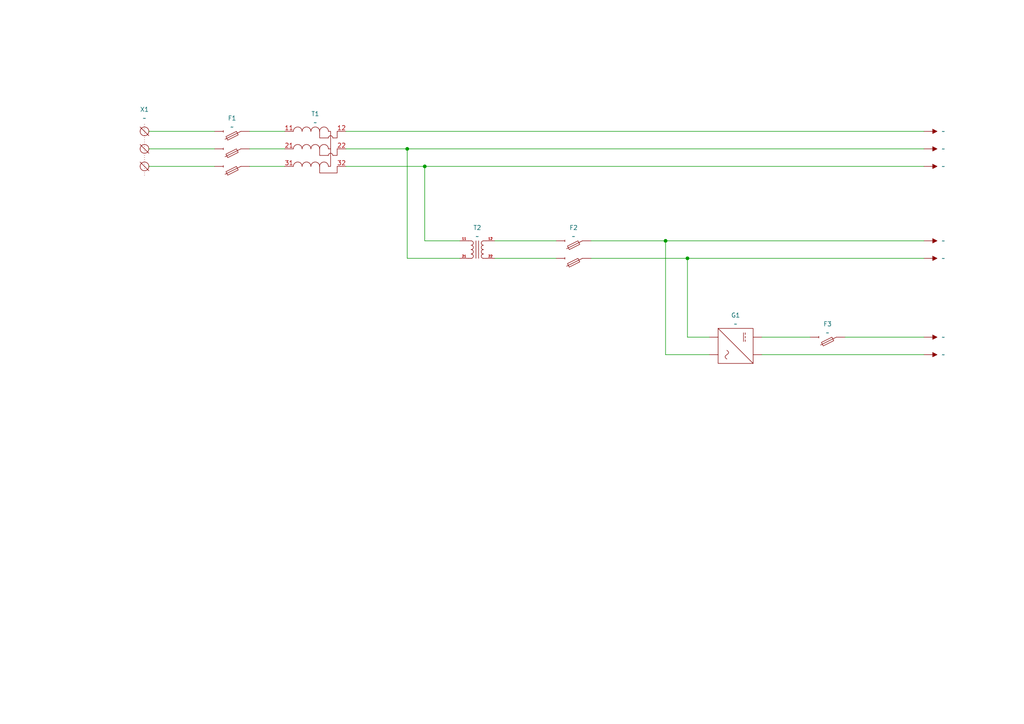
<source format=kicad_sch>
(kicad_sch
	(version 20250114)
	(generator "eeschema")
	(generator_version "9.0")
	(uuid "f65f5644-3fb2-4da4-8b28-96ba2512d873")
	(paper "A4")
	(lib_symbols
		(symbol "000_cables:borna_3P"
			(exclude_from_sim no)
			(in_bom yes)
			(on_board yes)
			(property "Reference" "X"
				(at 8.382 0 0)
				(effects
					(font
						(size 1.27 1.27)
					)
				)
			)
			(property "Value" ""
				(at 0 0 0)
				(effects
					(font
						(size 1.27 1.27)
					)
				)
			)
			(property "Footprint" ""
				(at 0 0 0)
				(effects
					(font
						(size 1.27 1.27)
					)
					(hide yes)
				)
			)
			(property "Datasheet" ""
				(at 0 0 0)
				(effects
					(font
						(size 1.27 1.27)
					)
					(hide yes)
				)
			)
			(property "Description" ""
				(at 0 0 0)
				(effects
					(font
						(size 1.27 1.27)
					)
					(hide yes)
				)
			)
			(symbol "borna_3P_0_1"
				(polyline
					(pts
						(xy -6.35 -1.27) (xy -3.81 1.27)
					)
					(stroke
						(width 0)
						(type default)
					)
					(fill
						(type none)
					)
				)
				(circle
					(center -5.08 0)
					(radius 1.27)
					(stroke
						(width 0)
						(type default)
					)
					(fill
						(type none)
					)
				)
				(polyline
					(pts
						(xy -1.27 -1.27) (xy 1.27 1.27)
					)
					(stroke
						(width 0)
						(type default)
					)
					(fill
						(type none)
					)
				)
				(circle
					(center 0 0)
					(radius 1.27)
					(stroke
						(width 0)
						(type default)
					)
					(fill
						(type none)
					)
				)
				(polyline
					(pts
						(xy 3.81 -1.27) (xy 6.35 1.27)
					)
					(stroke
						(width 0)
						(type default)
					)
					(fill
						(type none)
					)
				)
				(circle
					(center 5.08 0)
					(radius 1.27)
					(stroke
						(width 0)
						(type default)
					)
					(fill
						(type none)
					)
				)
			)
			(symbol "borna_3P_1_1"
				(polyline
					(pts
						(xy -7.62 0) (xy 7.62 0)
					)
					(stroke
						(width 0)
						(type dot)
					)
					(fill
						(type none)
					)
				)
				(pin input line
					(at -5.08 1.27 270)
					(length 0)
					(name ""
						(effects
							(font
								(size 1.27 1.27)
							)
						)
					)
					(number ""
						(effects
							(font
								(size 1.27 1.27)
							)
						)
					)
				)
				(pin output line
					(at -5.08 -1.27 90)
					(length 0)
					(name ""
						(effects
							(font
								(size 1.27 1.27)
							)
						)
					)
					(number ""
						(effects
							(font
								(size 1.27 1.27)
							)
						)
					)
				)
				(pin input line
					(at 0 1.27 270)
					(length 0)
					(name ""
						(effects
							(font
								(size 1.27 1.27)
							)
						)
					)
					(number ""
						(effects
							(font
								(size 1.27 1.27)
							)
						)
					)
				)
				(pin output line
					(at 0 -1.27 90)
					(length 0)
					(name ""
						(effects
							(font
								(size 1.27 1.27)
							)
						)
					)
					(number ""
						(effects
							(font
								(size 1.27 1.27)
							)
						)
					)
				)
				(pin input line
					(at 5.08 1.27 270)
					(length 0)
					(name ""
						(effects
							(font
								(size 1.27 1.27)
							)
						)
					)
					(number ""
						(effects
							(font
								(size 1.27 1.27)
							)
						)
					)
				)
				(pin output line
					(at 5.08 -1.27 90)
					(length 0)
					(name ""
						(effects
							(font
								(size 1.27 1.27)
							)
						)
					)
					(number ""
						(effects
							(font
								(size 1.27 1.27)
							)
						)
					)
				)
			)
			(embedded_fonts no)
		)
		(symbol "000_cables:reenvio_output"
			(exclude_from_sim no)
			(in_bom yes)
			(on_board yes)
			(property "Reference" "U"
				(at 4.064 0 0)
				(effects
					(font
						(size 1.27 1.27)
					)
					(hide yes)
				)
			)
			(property "Value" ""
				(at 0 0 0)
				(effects
					(font
						(size 1.27 1.27)
					)
				)
			)
			(property "Footprint" ""
				(at 0 0 0)
				(effects
					(font
						(size 1.27 1.27)
					)
					(hide yes)
				)
			)
			(property "Datasheet" ""
				(at 0 0 0)
				(effects
					(font
						(size 1.27 1.27)
					)
					(hide yes)
				)
			)
			(property "Description" ""
				(at 0 0 0)
				(effects
					(font
						(size 1.27 1.27)
					)
					(hide yes)
				)
			)
			(symbol "reenvio_output_1_1"
				(polyline
					(pts
						(xy 0 0.635) (xy 0 -0.635) (xy 1.27 0) (xy 0 0.635)
					)
					(stroke
						(width 0)
						(type solid)
					)
					(fill
						(type outline)
					)
				)
				(pin input line
					(at -2.54 0 0)
					(length 2.54)
					(name ""
						(effects
							(font
								(size 1.27 1.27)
							)
						)
					)
					(number ""
						(effects
							(font
								(size 1.27 1.27)
							)
						)
					)
				)
			)
			(embedded_fonts no)
		)
		(symbol "000_instalacion_electrica:SMPS"
			(exclude_from_sim no)
			(in_bom yes)
			(on_board yes)
			(property "Reference" "G"
				(at 6.858 0 0)
				(effects
					(font
						(size 1.27 1.27)
					)
				)
			)
			(property "Value" ""
				(at 0 0 0)
				(effects
					(font
						(size 1.27 1.27)
					)
				)
			)
			(property "Footprint" ""
				(at 0 0 0)
				(effects
					(font
						(size 1.27 1.27)
					)
					(hide yes)
				)
			)
			(property "Datasheet" ""
				(at 0 0 0)
				(effects
					(font
						(size 1.27 1.27)
					)
					(hide yes)
				)
			)
			(property "Description" ""
				(at 0 0 0)
				(effects
					(font
						(size 1.27 1.27)
					)
					(hide yes)
				)
			)
			(symbol "SMPS_0_1"
				(rectangle
					(start -5.08 5.08)
					(end 5.08 -5.08)
					(stroke
						(width 0)
						(type default)
					)
					(fill
						(type none)
					)
				)
				(bezier
					(pts
						(xy -3.81 2.54) (xy -2.54 4.318) (xy -2.54 0.762) (xy -1.27 2.54)
					)
					(stroke
						(width 0)
						(type default)
					)
					(fill
						(type none)
					)
				)
				(polyline
					(pts
						(xy 1.27 -2.286) (xy 3.81 -2.286)
					)
					(stroke
						(width 0)
						(type default)
					)
					(fill
						(type none)
					)
				)
				(polyline
					(pts
						(xy 1.27 -2.794) (xy 1.778 -2.794)
					)
					(stroke
						(width 0)
						(type default)
					)
					(fill
						(type none)
					)
				)
				(polyline
					(pts
						(xy 2.794 -2.794) (xy 2.286 -2.794)
					)
					(stroke
						(width 0)
						(type default)
					)
					(fill
						(type none)
					)
				)
				(polyline
					(pts
						(xy 3.81 -2.794) (xy 3.302 -2.794)
					)
					(stroke
						(width 0)
						(type default)
					)
					(fill
						(type none)
					)
				)
				(polyline
					(pts
						(xy 5.08 5.08) (xy -5.08 -5.08)
					)
					(stroke
						(width 0)
						(type default)
					)
					(fill
						(type none)
					)
				)
			)
			(symbol "SMPS_1_1"
				(pin input line
					(at -2.54 7.62 270)
					(length 2.54)
					(name ""
						(effects
							(font
								(size 1.27 1.27)
							)
						)
					)
					(number ""
						(effects
							(font
								(size 1.27 1.27)
							)
						)
					)
				)
				(pin output line
					(at -2.54 -7.62 90)
					(length 2.54)
					(name ""
						(effects
							(font
								(size 1.27 1.27)
							)
						)
					)
					(number ""
						(effects
							(font
								(size 1.27 1.27)
							)
						)
					)
				)
				(pin input line
					(at 2.54 7.62 270)
					(length 2.54)
					(name ""
						(effects
							(font
								(size 1.27 1.27)
							)
						)
					)
					(number ""
						(effects
							(font
								(size 1.27 1.27)
							)
						)
					)
				)
				(pin output line
					(at 2.54 -7.62 90)
					(length 2.54)
					(name ""
						(effects
							(font
								(size 1.27 1.27)
							)
						)
					)
					(number ""
						(effects
							(font
								(size 1.27 1.27)
							)
						)
					)
				)
			)
			(embedded_fonts no)
		)
		(symbol "000_instalacion_electrica:autotransformador_tres_fases"
			(exclude_from_sim no)
			(in_bom yes)
			(on_board yes)
			(property "Reference" "T"
				(at -1.27 9.144 0)
				(effects
					(font
						(size 1.27 1.27)
					)
				)
			)
			(property "Value" ""
				(at 0 0 0)
				(effects
					(font
						(size 1.27 1.27)
					)
				)
			)
			(property "Footprint" ""
				(at 0 0 0)
				(effects
					(font
						(size 1.27 1.27)
					)
					(hide yes)
				)
			)
			(property "Datasheet" ""
				(at 0 0 0)
				(effects
					(font
						(size 1.27 1.27)
					)
					(hide yes)
				)
			)
			(property "Description" ""
				(at 0 0 0)
				(effects
					(font
						(size 1.27 1.27)
					)
					(hide yes)
				)
			)
			(symbol "autotransformador_tres_fases_0_1"
				(arc
					(start -6.35 5.08)
					(mid -5.08 6.35)
					(end -3.81 5.08)
					(stroke
						(width 0)
						(type default)
					)
					(fill
						(type none)
					)
				)
				(arc
					(start -6.35 0)
					(mid -5.08 1.27)
					(end -3.81 0)
					(stroke
						(width 0)
						(type default)
					)
					(fill
						(type none)
					)
				)
				(arc
					(start -6.35 -5.08)
					(mid -5.08 -3.81)
					(end -3.81 -5.08)
					(stroke
						(width 0)
						(type default)
					)
					(fill
						(type none)
					)
				)
				(arc
					(start -3.81 5.08)
					(mid -2.54 6.35)
					(end -1.27 5.08)
					(stroke
						(width 0)
						(type default)
					)
					(fill
						(type none)
					)
				)
				(arc
					(start -3.81 0)
					(mid -2.54 1.27)
					(end -1.27 0)
					(stroke
						(width 0)
						(type default)
					)
					(fill
						(type none)
					)
				)
				(arc
					(start -3.81 -5.08)
					(mid -2.54 -3.81)
					(end -1.27 -5.08)
					(stroke
						(width 0)
						(type default)
					)
					(fill
						(type none)
					)
				)
				(arc
					(start -1.27 5.08)
					(mid 0 6.35)
					(end 1.27 5.08)
					(stroke
						(width 0)
						(type default)
					)
					(fill
						(type none)
					)
				)
				(arc
					(start -1.27 0)
					(mid 0 1.27)
					(end 1.27 0)
					(stroke
						(width 0)
						(type default)
					)
					(fill
						(type none)
					)
				)
				(arc
					(start -1.27 -5.08)
					(mid 0 -3.81)
					(end 1.27 -5.08)
					(stroke
						(width 0)
						(type default)
					)
					(fill
						(type none)
					)
				)
				(polyline
					(pts
						(xy 1.27 5.08) (xy 1.27 3.175) (xy 3.81 3.175)
					)
					(stroke
						(width 0)
						(type default)
					)
					(fill
						(type none)
					)
				)
				(polyline
					(pts
						(xy 1.27 0) (xy 1.27 -1.905) (xy 3.81 -1.905)
					)
					(stroke
						(width 0)
						(type default)
					)
					(fill
						(type none)
					)
				)
				(polyline
					(pts
						(xy 1.27 -5.08) (xy 1.27 -6.985) (xy 6.35 -6.985) (xy 6.35 -5.08)
					)
					(stroke
						(width 0)
						(type default)
					)
					(fill
						(type none)
					)
				)
				(arc
					(start 1.27 5.08)
					(mid 2.54 6.35)
					(end 3.81 5.08)
					(stroke
						(width 0)
						(type default)
					)
					(fill
						(type none)
					)
				)
				(arc
					(start 1.27 0)
					(mid 2.54 1.27)
					(end 3.81 0)
					(stroke
						(width 0)
						(type default)
					)
					(fill
						(type none)
					)
				)
				(arc
					(start 1.27 -5.08)
					(mid 2.54 -3.81)
					(end 3.81 -5.08)
					(stroke
						(width 0)
						(type default)
					)
					(fill
						(type none)
					)
				)
				(polyline
					(pts
						(xy 3.81 5.08) (xy 4.445 5.08) (xy 4.445 -5.08) (xy 3.81 -5.08)
					)
					(stroke
						(width 0)
						(type default)
					)
					(fill
						(type none)
					)
				)
				(polyline
					(pts
						(xy 3.81 0) (xy 4.445 0)
					)
					(stroke
						(width 0)
						(type default)
					)
					(fill
						(type none)
					)
				)
				(arc
					(start 3.81 3.175)
					(mid 4.445 3.81)
					(end 5.08 3.175)
					(stroke
						(width 0)
						(type default)
					)
					(fill
						(type none)
					)
				)
				(arc
					(start 3.81 -1.905)
					(mid 4.445 -1.27)
					(end 5.08 -1.905)
					(stroke
						(width 0)
						(type default)
					)
					(fill
						(type none)
					)
				)
				(polyline
					(pts
						(xy 5.08 3.175) (xy 6.35 3.175) (xy 6.35 5.08)
					)
					(stroke
						(width 0)
						(type default)
					)
					(fill
						(type none)
					)
				)
				(polyline
					(pts
						(xy 5.08 -1.905) (xy 6.35 -1.905) (xy 6.35 0)
					)
					(stroke
						(width 0)
						(type default)
					)
					(fill
						(type none)
					)
				)
			)
			(symbol "autotransformador_tres_fases_1_1"
				(pin input line
					(at -8.89 5.08 0)
					(length 2.54)
					(name ""
						(effects
							(font
								(size 1.27 1.27)
							)
						)
					)
					(number "11"
						(effects
							(font
								(size 1.27 1.27)
							)
						)
					)
				)
				(pin input line
					(at -8.89 0 0)
					(length 2.54)
					(name ""
						(effects
							(font
								(size 1.27 1.27)
							)
						)
					)
					(number "21"
						(effects
							(font
								(size 1.27 1.27)
							)
						)
					)
				)
				(pin input line
					(at -8.89 -5.08 0)
					(length 2.54)
					(name ""
						(effects
							(font
								(size 1.27 1.27)
							)
						)
					)
					(number "31"
						(effects
							(font
								(size 1.27 1.27)
							)
						)
					)
				)
				(pin output line
					(at 8.89 5.08 180)
					(length 2.54)
					(name ""
						(effects
							(font
								(size 1.27 1.27)
							)
						)
					)
					(number "12"
						(effects
							(font
								(size 1.27 1.27)
							)
						)
					)
				)
				(pin output line
					(at 8.89 0 180)
					(length 2.54)
					(name ""
						(effects
							(font
								(size 1.27 1.27)
							)
						)
					)
					(number "22"
						(effects
							(font
								(size 1.27 1.27)
							)
						)
					)
				)
				(pin output line
					(at 8.89 -5.08 180)
					(length 2.54)
					(name ""
						(effects
							(font
								(size 1.27 1.27)
							)
						)
					)
					(number "32"
						(effects
							(font
								(size 1.27 1.27)
							)
						)
					)
				)
			)
			(embedded_fonts no)
		)
		(symbol "000_instalacion_electrica:ficha_fusibles_1P"
			(exclude_from_sim no)
			(in_bom yes)
			(on_board yes)
			(property "Reference" "F"
				(at -10.668 0 0)
				(effects
					(font
						(size 1.27 1.27)
					)
				)
			)
			(property "Value" ""
				(at 0 0 0)
				(effects
					(font
						(size 1.27 1.27)
					)
				)
			)
			(property "Footprint" ""
				(at 0 0 0)
				(effects
					(font
						(size 1.27 1.27)
					)
					(hide yes)
				)
			)
			(property "Datasheet" ""
				(at 0 0 0)
				(effects
					(font
						(size 1.27 1.27)
					)
					(hide yes)
				)
			)
			(property "Description" ""
				(at 0 0 0)
				(effects
					(font
						(size 1.27 1.27)
					)
					(hide yes)
				)
			)
			(symbol "ficha_fusibles_1P_0_1"
				(polyline
					(pts
						(xy -2.54 1.27) (xy -1.524 1.778) (xy 0 -1.27) (xy -1.016 -1.778) (xy -2.54 1.27)
					)
					(stroke
						(width 0)
						(type default)
					)
					(fill
						(type none)
					)
				)
				(polyline
					(pts
						(xy -0.254 2.54) (xy 0.254 2.54)
					)
					(stroke
						(width 0)
						(type default)
					)
					(fill
						(type none)
					)
				)
				(polyline
					(pts
						(xy 0 -2.54) (xy -2.286 2.032)
					)
					(stroke
						(width 0)
						(type default)
					)
					(fill
						(type none)
					)
				)
			)
			(symbol "ficha_fusibles_1P_1_1"
				(pin input line
					(at 0 5.08 270)
					(length 2.54)
					(name ""
						(effects
							(font
								(size 1.27 1.27)
							)
						)
					)
					(number ""
						(effects
							(font
								(size 1.27 1.27)
							)
						)
					)
				)
				(pin output line
					(at 0 -5.08 90)
					(length 2.54)
					(name ""
						(effects
							(font
								(size 1.27 1.27)
							)
						)
					)
					(number ""
						(effects
							(font
								(size 1.27 1.27)
							)
						)
					)
				)
			)
			(embedded_fonts no)
		)
		(symbol "000_instalacion_electrica:ficha_fusibles_2P"
			(exclude_from_sim no)
			(in_bom yes)
			(on_board yes)
			(property "Reference" "F"
				(at -10.668 0 0)
				(effects
					(font
						(size 1.27 1.27)
					)
				)
			)
			(property "Value" ""
				(at 0 0 0)
				(effects
					(font
						(size 1.27 1.27)
					)
				)
			)
			(property "Footprint" ""
				(at 0 0 0)
				(effects
					(font
						(size 1.27 1.27)
					)
					(hide yes)
				)
			)
			(property "Datasheet" ""
				(at 0 0 0)
				(effects
					(font
						(size 1.27 1.27)
					)
					(hide yes)
				)
			)
			(property "Description" ""
				(at 0 0 0)
				(effects
					(font
						(size 1.27 1.27)
					)
					(hide yes)
				)
			)
			(symbol "ficha_fusibles_2P_0_1"
				(polyline
					(pts
						(xy -5.08 1.27) (xy -4.064 1.778) (xy -2.54 -1.27) (xy -3.556 -1.778) (xy -5.08 1.27)
					)
					(stroke
						(width 0)
						(type default)
					)
					(fill
						(type none)
					)
				)
				(polyline
					(pts
						(xy -2.794 2.54) (xy -2.286 2.54)
					)
					(stroke
						(width 0)
						(type default)
					)
					(fill
						(type none)
					)
				)
				(polyline
					(pts
						(xy -2.54 -2.54) (xy -4.826 2.032)
					)
					(stroke
						(width 0)
						(type default)
					)
					(fill
						(type none)
					)
				)
				(polyline
					(pts
						(xy 0 1.27) (xy 1.016 1.778) (xy 2.54 -1.27) (xy 1.524 -1.778) (xy 0 1.27)
					)
					(stroke
						(width 0)
						(type default)
					)
					(fill
						(type none)
					)
				)
				(polyline
					(pts
						(xy 2.286 2.54) (xy 2.794 2.54)
					)
					(stroke
						(width 0)
						(type default)
					)
					(fill
						(type none)
					)
				)
				(polyline
					(pts
						(xy 2.54 -2.54) (xy 0.254 2.032)
					)
					(stroke
						(width 0)
						(type default)
					)
					(fill
						(type none)
					)
				)
			)
			(symbol "ficha_fusibles_2P_1_1"
				(pin input line
					(at -2.54 5.08 270)
					(length 2.54)
					(name ""
						(effects
							(font
								(size 1.27 1.27)
							)
						)
					)
					(number ""
						(effects
							(font
								(size 1.27 1.27)
							)
						)
					)
				)
				(pin output line
					(at -2.54 -5.08 90)
					(length 2.54)
					(name ""
						(effects
							(font
								(size 1.27 1.27)
							)
						)
					)
					(number ""
						(effects
							(font
								(size 1.27 1.27)
							)
						)
					)
				)
				(pin input line
					(at 2.54 5.08 270)
					(length 2.54)
					(name ""
						(effects
							(font
								(size 1.27 1.27)
							)
						)
					)
					(number ""
						(effects
							(font
								(size 1.27 1.27)
							)
						)
					)
				)
				(pin output line
					(at 2.54 -5.08 90)
					(length 2.54)
					(name ""
						(effects
							(font
								(size 1.27 1.27)
							)
						)
					)
					(number ""
						(effects
							(font
								(size 1.27 1.27)
							)
						)
					)
				)
			)
			(embedded_fonts no)
		)
		(symbol "000_instalacion_electrica:ficha_fusibles_3P"
			(exclude_from_sim no)
			(in_bom yes)
			(on_board yes)
			(property "Reference" "F"
				(at -10.668 0 0)
				(effects
					(font
						(size 1.27 1.27)
					)
				)
			)
			(property "Value" ""
				(at 0 0 0)
				(effects
					(font
						(size 1.27 1.27)
					)
				)
			)
			(property "Footprint" ""
				(at 0 0 0)
				(effects
					(font
						(size 1.27 1.27)
					)
					(hide yes)
				)
			)
			(property "Datasheet" ""
				(at 0 0 0)
				(effects
					(font
						(size 1.27 1.27)
					)
					(hide yes)
				)
			)
			(property "Description" ""
				(at 0 0 0)
				(effects
					(font
						(size 1.27 1.27)
					)
					(hide yes)
				)
			)
			(symbol "ficha_fusibles_3P_0_1"
				(polyline
					(pts
						(xy -7.62 1.27) (xy -6.604 1.778) (xy -5.08 -1.27) (xy -6.096 -1.778) (xy -7.62 1.27)
					)
					(stroke
						(width 0)
						(type default)
					)
					(fill
						(type none)
					)
				)
				(polyline
					(pts
						(xy -5.334 2.54) (xy -4.826 2.54)
					)
					(stroke
						(width 0)
						(type default)
					)
					(fill
						(type none)
					)
				)
				(polyline
					(pts
						(xy -5.08 -2.54) (xy -7.366 2.032)
					)
					(stroke
						(width 0)
						(type default)
					)
					(fill
						(type none)
					)
				)
				(polyline
					(pts
						(xy -2.54 1.27) (xy -1.524 1.778) (xy 0 -1.27) (xy -1.016 -1.778) (xy -2.54 1.27)
					)
					(stroke
						(width 0)
						(type default)
					)
					(fill
						(type none)
					)
				)
				(polyline
					(pts
						(xy -0.254 2.54) (xy 0.254 2.54)
					)
					(stroke
						(width 0)
						(type default)
					)
					(fill
						(type none)
					)
				)
				(polyline
					(pts
						(xy 0 -2.54) (xy -2.286 2.032)
					)
					(stroke
						(width 0)
						(type default)
					)
					(fill
						(type none)
					)
				)
				(polyline
					(pts
						(xy 2.54 1.27) (xy 3.556 1.778) (xy 5.08 -1.27) (xy 4.064 -1.778) (xy 2.54 1.27)
					)
					(stroke
						(width 0)
						(type default)
					)
					(fill
						(type none)
					)
				)
				(polyline
					(pts
						(xy 4.826 2.54) (xy 5.334 2.54)
					)
					(stroke
						(width 0)
						(type default)
					)
					(fill
						(type none)
					)
				)
				(polyline
					(pts
						(xy 5.08 -2.54) (xy 2.794 2.032)
					)
					(stroke
						(width 0)
						(type default)
					)
					(fill
						(type none)
					)
				)
			)
			(symbol "ficha_fusibles_3P_1_1"
				(pin input line
					(at -5.08 5.08 270)
					(length 2.54)
					(name ""
						(effects
							(font
								(size 1.27 1.27)
							)
						)
					)
					(number ""
						(effects
							(font
								(size 1.27 1.27)
							)
						)
					)
				)
				(pin output line
					(at -5.08 -5.08 90)
					(length 2.54)
					(name ""
						(effects
							(font
								(size 1.27 1.27)
							)
						)
					)
					(number ""
						(effects
							(font
								(size 1.27 1.27)
							)
						)
					)
				)
				(pin input line
					(at 0 5.08 270)
					(length 2.54)
					(name ""
						(effects
							(font
								(size 1.27 1.27)
							)
						)
					)
					(number ""
						(effects
							(font
								(size 1.27 1.27)
							)
						)
					)
				)
				(pin output line
					(at 0 -5.08 90)
					(length 2.54)
					(name ""
						(effects
							(font
								(size 1.27 1.27)
							)
						)
					)
					(number ""
						(effects
							(font
								(size 1.27 1.27)
							)
						)
					)
				)
				(pin input line
					(at 5.08 5.08 270)
					(length 2.54)
					(name ""
						(effects
							(font
								(size 1.27 1.27)
							)
						)
					)
					(number ""
						(effects
							(font
								(size 1.27 1.27)
							)
						)
					)
				)
				(pin output line
					(at 5.08 -5.08 90)
					(length 2.54)
					(name ""
						(effects
							(font
								(size 1.27 1.27)
							)
						)
					)
					(number ""
						(effects
							(font
								(size 1.27 1.27)
							)
						)
					)
				)
			)
			(embedded_fonts no)
		)
		(symbol "000_instalacion_electrica:transformador_2P"
			(exclude_from_sim no)
			(in_bom yes)
			(on_board yes)
			(property "Reference" "T"
				(at -1.27 9.144 0)
				(effects
					(font
						(size 1.27 1.27)
					)
				)
			)
			(property "Value" ""
				(at 0 0 0)
				(effects
					(font
						(size 1.27 1.27)
					)
				)
			)
			(property "Footprint" ""
				(at 0 0 0)
				(effects
					(font
						(size 1.27 1.27)
					)
					(hide yes)
				)
			)
			(property "Datasheet" ""
				(at 0 0 0)
				(effects
					(font
						(size 1.27 1.27)
					)
					(hide yes)
				)
			)
			(property "Description" ""
				(at 0 0 0)
				(effects
					(font
						(size 1.27 1.27)
					)
					(hide yes)
				)
			)
			(symbol "transformador_2P_0_1"
				(polyline
					(pts
						(xy -2.54 5.08) (xy -1.778 5.08)
					)
					(stroke
						(width 0)
						(type default)
					)
					(fill
						(type none)
					)
				)
				(polyline
					(pts
						(xy -2.54 0) (xy -1.778 0)
					)
					(stroke
						(width 0)
						(type default)
					)
					(fill
						(type none)
					)
				)
				(arc
					(start -1.778 5.08)
					(mid -1.143 4.445)
					(end -1.778 3.81)
					(stroke
						(width 0)
						(type default)
					)
					(fill
						(type none)
					)
				)
				(arc
					(start -1.778 3.81)
					(mid -1.143 3.175)
					(end -1.778 2.54)
					(stroke
						(width 0)
						(type default)
					)
					(fill
						(type none)
					)
				)
				(arc
					(start -1.778 2.54)
					(mid -1.143 1.905)
					(end -1.778 1.27)
					(stroke
						(width 0)
						(type default)
					)
					(fill
						(type none)
					)
				)
				(arc
					(start -1.778 1.27)
					(mid -1.143 0.635)
					(end -1.778 0)
					(stroke
						(width 0)
						(type default)
					)
					(fill
						(type none)
					)
				)
				(polyline
					(pts
						(xy -0.381 5.08) (xy -0.381 0)
					)
					(stroke
						(width 0)
						(type default)
					)
					(fill
						(type none)
					)
				)
				(polyline
					(pts
						(xy 0.381 5.08) (xy 0.381 0)
					)
					(stroke
						(width 0)
						(type default)
					)
					(fill
						(type none)
					)
				)
				(arc
					(start 1.778 3.81)
					(mid 1.143 4.445)
					(end 1.778 5.08)
					(stroke
						(width 0)
						(type default)
					)
					(fill
						(type none)
					)
				)
				(arc
					(start 1.778 2.54)
					(mid 1.143 3.175)
					(end 1.778 3.81)
					(stroke
						(width 0)
						(type default)
					)
					(fill
						(type none)
					)
				)
				(arc
					(start 1.778 1.27)
					(mid 1.143 1.905)
					(end 1.778 2.54)
					(stroke
						(width 0)
						(type default)
					)
					(fill
						(type none)
					)
				)
				(arc
					(start 1.778 0)
					(mid 1.143 0.635)
					(end 1.778 1.27)
					(stroke
						(width 0)
						(type default)
					)
					(fill
						(type none)
					)
				)
				(polyline
					(pts
						(xy 2.54 5.08) (xy 1.778 5.08)
					)
					(stroke
						(width 0)
						(type default)
					)
					(fill
						(type none)
					)
				)
				(polyline
					(pts
						(xy 2.54 0) (xy 1.778 0)
					)
					(stroke
						(width 0)
						(type default)
					)
					(fill
						(type none)
					)
				)
			)
			(symbol "transformador_2P_1_1"
				(pin input line
					(at -5.08 5.08 0)
					(length 2.54)
					(name ""
						(effects
							(font
								(size 1.27 1.27)
							)
						)
					)
					(number "11"
						(effects
							(font
								(size 0.635 0.635)
							)
						)
					)
				)
				(pin input line
					(at -5.08 0 0)
					(length 2.54)
					(name ""
						(effects
							(font
								(size 1.27 1.27)
							)
						)
					)
					(number "21"
						(effects
							(font
								(size 0.635 0.635)
							)
						)
					)
				)
				(pin output line
					(at 5.08 5.08 180)
					(length 2.54)
					(name ""
						(effects
							(font
								(size 1.27 1.27)
							)
						)
					)
					(number "12"
						(effects
							(font
								(size 0.635 0.635)
							)
						)
					)
				)
				(pin output line
					(at 5.08 0 180)
					(length 2.54)
					(name ""
						(effects
							(font
								(size 1.27 1.27)
							)
						)
					)
					(number "22"
						(effects
							(font
								(size 0.635 0.635)
							)
						)
					)
				)
			)
			(embedded_fonts no)
		)
	)
	(junction
		(at 193.04 69.85)
		(diameter 0)
		(color 0 0 0 0)
		(uuid "99b16d47-897f-4bb4-a5d6-d5dc22f4bf02")
	)
	(junction
		(at 199.39 74.93)
		(diameter 0)
		(color 0 0 0 0)
		(uuid "d8b41c22-29f8-4375-829f-2e464e1038b0")
	)
	(junction
		(at 118.11 43.18)
		(diameter 0)
		(color 0 0 0 0)
		(uuid "f5e48bf1-b0dc-40fc-ad7a-003791982dc7")
	)
	(junction
		(at 123.19 48.26)
		(diameter 0)
		(color 0 0 0 0)
		(uuid "f624377c-62e5-4517-8969-6bddd11f006a")
	)
	(wire
		(pts
			(xy 143.51 69.85) (xy 161.29 69.85)
		)
		(stroke
			(width 0)
			(type default)
		)
		(uuid "063e25ba-95cf-4333-9a4a-e32cc159ce52")
	)
	(wire
		(pts
			(xy 43.18 43.18) (xy 62.23 43.18)
		)
		(stroke
			(width 0)
			(type default)
		)
		(uuid "26e44b66-ddd6-4eb8-a490-dedc91a75e02")
	)
	(wire
		(pts
			(xy 199.39 74.93) (xy 267.97 74.93)
		)
		(stroke
			(width 0)
			(type default)
		)
		(uuid "28f0147a-1476-46e8-97d2-07bbc50cac70")
	)
	(wire
		(pts
			(xy 220.98 102.87) (xy 267.97 102.87)
		)
		(stroke
			(width 0)
			(type default)
		)
		(uuid "2d482d21-3d2c-439a-ad66-07adf9a2264e")
	)
	(wire
		(pts
			(xy 133.35 74.93) (xy 118.11 74.93)
		)
		(stroke
			(width 0)
			(type default)
		)
		(uuid "3fb5384e-7110-498c-bbdb-d828439f8614")
	)
	(wire
		(pts
			(xy 220.98 97.79) (xy 234.95 97.79)
		)
		(stroke
			(width 0)
			(type default)
		)
		(uuid "40775c27-8215-445e-b774-93861a84d3b2")
	)
	(wire
		(pts
			(xy 199.39 97.79) (xy 199.39 74.93)
		)
		(stroke
			(width 0)
			(type default)
		)
		(uuid "44498b28-c65b-48c1-a0c7-145eb60496aa")
	)
	(wire
		(pts
			(xy 123.19 48.26) (xy 267.97 48.26)
		)
		(stroke
			(width 0)
			(type default)
		)
		(uuid "45cc3198-ccc1-4070-971a-9eecb0b2b2ac")
	)
	(wire
		(pts
			(xy 100.33 38.1) (xy 267.97 38.1)
		)
		(stroke
			(width 0)
			(type default)
		)
		(uuid "45cf13e7-08b2-442d-a77e-b43a6d1cb212")
	)
	(wire
		(pts
			(xy 118.11 43.18) (xy 267.97 43.18)
		)
		(stroke
			(width 0)
			(type default)
		)
		(uuid "53bbadf6-3e85-4e6d-a7e1-a9fad8e2125e")
	)
	(wire
		(pts
			(xy 123.19 48.26) (xy 123.19 69.85)
		)
		(stroke
			(width 0)
			(type default)
		)
		(uuid "5b2f7d05-a8f8-4e56-bada-df6c463dbb80")
	)
	(wire
		(pts
			(xy 245.11 97.79) (xy 267.97 97.79)
		)
		(stroke
			(width 0)
			(type default)
		)
		(uuid "86f2ca8f-98b8-4fc8-99f3-ec5a95549707")
	)
	(wire
		(pts
			(xy 43.18 48.26) (xy 62.23 48.26)
		)
		(stroke
			(width 0)
			(type default)
		)
		(uuid "8b5e674c-84ea-4c33-bcbe-b09222504f76")
	)
	(wire
		(pts
			(xy 171.45 74.93) (xy 199.39 74.93)
		)
		(stroke
			(width 0)
			(type default)
		)
		(uuid "8dbc8c0c-4daf-4cb9-adf5-398ac6967dda")
	)
	(wire
		(pts
			(xy 100.33 43.18) (xy 118.11 43.18)
		)
		(stroke
			(width 0)
			(type default)
		)
		(uuid "949699ff-1161-440f-815a-df0f856341f7")
	)
	(wire
		(pts
			(xy 193.04 102.87) (xy 205.74 102.87)
		)
		(stroke
			(width 0)
			(type default)
		)
		(uuid "9acb247b-7283-4ff4-9e41-027af9642aee")
	)
	(wire
		(pts
			(xy 100.33 48.26) (xy 123.19 48.26)
		)
		(stroke
			(width 0)
			(type default)
		)
		(uuid "9b7c50da-3da4-4e65-83e8-dd07586afbaf")
	)
	(wire
		(pts
			(xy 193.04 69.85) (xy 267.97 69.85)
		)
		(stroke
			(width 0)
			(type default)
		)
		(uuid "9df7dca7-322e-4e50-9484-72fbd585c6af")
	)
	(wire
		(pts
			(xy 72.39 43.18) (xy 82.55 43.18)
		)
		(stroke
			(width 0)
			(type default)
		)
		(uuid "a45f0a04-5ef8-42bf-b5f3-6046167660bd")
	)
	(wire
		(pts
			(xy 193.04 69.85) (xy 193.04 102.87)
		)
		(stroke
			(width 0)
			(type default)
		)
		(uuid "a9a311b8-39e8-491c-a227-654ac7080871")
	)
	(wire
		(pts
			(xy 133.35 69.85) (xy 123.19 69.85)
		)
		(stroke
			(width 0)
			(type default)
		)
		(uuid "aa37f0fb-fc8d-42d5-b2b2-55ed2a1abfe1")
	)
	(wire
		(pts
			(xy 171.45 69.85) (xy 193.04 69.85)
		)
		(stroke
			(width 0)
			(type default)
		)
		(uuid "aa453582-08a6-49f8-92c8-d3e25289b508")
	)
	(wire
		(pts
			(xy 199.39 97.79) (xy 205.74 97.79)
		)
		(stroke
			(width 0)
			(type default)
		)
		(uuid "ab7155d1-4ea9-4181-bdb8-6b4dd69fad21")
	)
	(wire
		(pts
			(xy 43.18 38.1) (xy 62.23 38.1)
		)
		(stroke
			(width 0)
			(type default)
		)
		(uuid "bfb69151-2b33-474e-9ced-406d964c2a50")
	)
	(wire
		(pts
			(xy 118.11 74.93) (xy 118.11 43.18)
		)
		(stroke
			(width 0)
			(type default)
		)
		(uuid "d7604a2e-b3b3-4770-85bc-6418986a6d0b")
	)
	(wire
		(pts
			(xy 143.51 74.93) (xy 161.29 74.93)
		)
		(stroke
			(width 0)
			(type default)
		)
		(uuid "db98dd02-83dd-4d44-bab2-93cf740a01d2")
	)
	(wire
		(pts
			(xy 72.39 38.1) (xy 82.55 38.1)
		)
		(stroke
			(width 0)
			(type default)
		)
		(uuid "f4f1c27b-9029-41d2-a2ac-954eade308bc")
	)
	(wire
		(pts
			(xy 72.39 48.26) (xy 82.55 48.26)
		)
		(stroke
			(width 0)
			(type default)
		)
		(uuid "fd28b8f2-eb9c-431b-9d2f-43554e37af33")
	)
	(symbol
		(lib_id "000_cables:reenvio_output")
		(at 270.51 69.85 0)
		(unit 1)
		(exclude_from_sim no)
		(in_bom yes)
		(on_board yes)
		(dnp no)
		(fields_autoplaced yes)
		(uuid "369d40cd-543f-4912-b156-a464e5c77611")
		(property "Reference" "U16"
			(at 274.574 69.85 0)
			(effects
				(font
					(size 1.27 1.27)
				)
				(hide yes)
			)
		)
		(property "Value" "~"
			(at 273.05 69.85 0)
			(effects
				(font
					(size 1.27 1.27)
				)
				(justify left)
			)
		)
		(property "Footprint" ""
			(at 270.51 69.85 0)
			(effects
				(font
					(size 1.27 1.27)
				)
				(hide yes)
			)
		)
		(property "Datasheet" ""
			(at 270.51 69.85 0)
			(effects
				(font
					(size 1.27 1.27)
				)
				(hide yes)
			)
		)
		(property "Description" ""
			(at 270.51 69.85 0)
			(effects
				(font
					(size 1.27 1.27)
				)
				(hide yes)
			)
		)
		(pin ""
			(uuid "8ee8c0e8-bbd9-493d-b92f-be8aeeb28652")
		)
		(instances
			(project "AUDE_muestra"
				(path "/52a75faa-5f88-4071-a3e0-32b7b7a12a14/69f7f3e0-d1f9-4b52-9a96-0bbb8f8b7e13"
					(reference "U16")
					(unit 1)
				)
			)
		)
	)
	(symbol
		(lib_id "000_instalacion_electrica:ficha_fusibles_1P")
		(at 240.03 97.79 90)
		(unit 1)
		(exclude_from_sim no)
		(in_bom yes)
		(on_board yes)
		(dnp no)
		(fields_autoplaced yes)
		(uuid "4e279077-bfef-4364-810e-1a39a51075a7")
		(property "Reference" "F3"
			(at 240.03 93.98 90)
			(effects
				(font
					(size 1.27 1.27)
				)
			)
		)
		(property "Value" "~"
			(at 240.03 96.52 90)
			(effects
				(font
					(size 1.27 1.27)
				)
			)
		)
		(property "Footprint" ""
			(at 240.03 97.79 0)
			(effects
				(font
					(size 1.27 1.27)
				)
				(hide yes)
			)
		)
		(property "Datasheet" ""
			(at 240.03 97.79 0)
			(effects
				(font
					(size 1.27 1.27)
				)
				(hide yes)
			)
		)
		(property "Description" ""
			(at 240.03 97.79 0)
			(effects
				(font
					(size 1.27 1.27)
				)
				(hide yes)
			)
		)
		(pin ""
			(uuid "1dcc35b6-1972-4309-8967-78389d44e140")
		)
		(pin ""
			(uuid "1f3564b7-7288-416f-9fb0-cd8df66f4898")
		)
		(instances
			(project ""
				(path "/52a75faa-5f88-4071-a3e0-32b7b7a12a14/69f7f3e0-d1f9-4b52-9a96-0bbb8f8b7e13"
					(reference "F3")
					(unit 1)
				)
			)
		)
	)
	(symbol
		(lib_id "000_instalacion_electrica:SMPS")
		(at 213.36 100.33 90)
		(unit 1)
		(exclude_from_sim no)
		(in_bom yes)
		(on_board yes)
		(dnp no)
		(fields_autoplaced yes)
		(uuid "521265fa-f244-4137-a079-bbe83e2a32c8")
		(property "Reference" "G1"
			(at 213.36 91.44 90)
			(effects
				(font
					(size 1.27 1.27)
				)
			)
		)
		(property "Value" "~"
			(at 213.36 93.98 90)
			(effects
				(font
					(size 1.27 1.27)
				)
			)
		)
		(property "Footprint" ""
			(at 213.36 100.33 0)
			(effects
				(font
					(size 1.27 1.27)
				)
				(hide yes)
			)
		)
		(property "Datasheet" ""
			(at 213.36 100.33 0)
			(effects
				(font
					(size 1.27 1.27)
				)
				(hide yes)
			)
		)
		(property "Description" ""
			(at 213.36 100.33 0)
			(effects
				(font
					(size 1.27 1.27)
				)
				(hide yes)
			)
		)
		(pin ""
			(uuid "54d8203b-5233-47db-a029-2f1760767be6")
		)
		(pin ""
			(uuid "0b9635a9-60fc-4eba-a06a-228dc1ee37ca")
		)
		(pin ""
			(uuid "8cc5d763-004d-4938-9112-866ef5b1d187")
		)
		(pin ""
			(uuid "575221f9-9e22-4f7b-af7b-4dff52d1db13")
		)
		(instances
			(project ""
				(path "/52a75faa-5f88-4071-a3e0-32b7b7a12a14/69f7f3e0-d1f9-4b52-9a96-0bbb8f8b7e13"
					(reference "G1")
					(unit 1)
				)
			)
		)
	)
	(symbol
		(lib_id "000_cables:reenvio_output")
		(at 270.51 48.26 0)
		(unit 1)
		(exclude_from_sim no)
		(in_bom yes)
		(on_board yes)
		(dnp no)
		(fields_autoplaced yes)
		(uuid "90e5e441-8318-47b3-9546-2145c4be58d4")
		(property "Reference" "U15"
			(at 274.574 48.26 0)
			(effects
				(font
					(size 1.27 1.27)
				)
				(hide yes)
			)
		)
		(property "Value" "~"
			(at 273.05 48.26 0)
			(effects
				(font
					(size 1.27 1.27)
				)
				(justify left)
			)
		)
		(property "Footprint" ""
			(at 270.51 48.26 0)
			(effects
				(font
					(size 1.27 1.27)
				)
				(hide yes)
			)
		)
		(property "Datasheet" ""
			(at 270.51 48.26 0)
			(effects
				(font
					(size 1.27 1.27)
				)
				(hide yes)
			)
		)
		(property "Description" ""
			(at 270.51 48.26 0)
			(effects
				(font
					(size 1.27 1.27)
				)
				(hide yes)
			)
		)
		(pin ""
			(uuid "03e001bd-6952-4baa-b791-67a4057d20f0")
		)
		(instances
			(project "AUDE_muestra"
				(path "/52a75faa-5f88-4071-a3e0-32b7b7a12a14/69f7f3e0-d1f9-4b52-9a96-0bbb8f8b7e13"
					(reference "U15")
					(unit 1)
				)
			)
		)
	)
	(symbol
		(lib_id "000_cables:borna_3P")
		(at 41.91 43.18 90)
		(unit 1)
		(exclude_from_sim no)
		(in_bom yes)
		(on_board yes)
		(dnp no)
		(fields_autoplaced yes)
		(uuid "90e86fb6-ca99-45a6-bb14-cb5824505137")
		(property "Reference" "X1"
			(at 41.91 31.75 90)
			(effects
				(font
					(size 1.27 1.27)
				)
			)
		)
		(property "Value" "~"
			(at 41.91 34.29 90)
			(effects
				(font
					(size 1.27 1.27)
				)
			)
		)
		(property "Footprint" ""
			(at 41.91 43.18 0)
			(effects
				(font
					(size 1.27 1.27)
				)
				(hide yes)
			)
		)
		(property "Datasheet" ""
			(at 41.91 43.18 0)
			(effects
				(font
					(size 1.27 1.27)
				)
				(hide yes)
			)
		)
		(property "Description" ""
			(at 41.91 43.18 0)
			(effects
				(font
					(size 1.27 1.27)
				)
				(hide yes)
			)
		)
		(pin ""
			(uuid "82753e7a-07bf-4410-a3ac-e7747112553f")
		)
		(pin ""
			(uuid "d3aacb08-413b-4962-81e2-d8fc8804a165")
		)
		(pin ""
			(uuid "4e3a4c44-c249-429a-a616-36425d87f5c9")
		)
		(pin ""
			(uuid "fdb2115a-f337-471a-a3be-a6a6a46bd519")
		)
		(pin ""
			(uuid "3f2e31a6-9b6b-47ef-bb79-f660889a5f88")
		)
		(pin ""
			(uuid "36d40c97-bd2f-4752-8850-900022b41c26")
		)
		(instances
			(project ""
				(path "/52a75faa-5f88-4071-a3e0-32b7b7a12a14/69f7f3e0-d1f9-4b52-9a96-0bbb8f8b7e13"
					(reference "X1")
					(unit 1)
				)
			)
		)
	)
	(symbol
		(lib_id "000_instalacion_electrica:ficha_fusibles_3P")
		(at 67.31 43.18 90)
		(unit 1)
		(exclude_from_sim no)
		(in_bom yes)
		(on_board yes)
		(dnp no)
		(fields_autoplaced yes)
		(uuid "98a9dd44-21e1-4b4f-af43-f8d0394ce827")
		(property "Reference" "F1"
			(at 67.31 34.29 90)
			(effects
				(font
					(size 1.27 1.27)
				)
			)
		)
		(property "Value" "~"
			(at 67.31 36.83 90)
			(effects
				(font
					(size 1.27 1.27)
				)
			)
		)
		(property "Footprint" ""
			(at 67.31 43.18 0)
			(effects
				(font
					(size 1.27 1.27)
				)
				(hide yes)
			)
		)
		(property "Datasheet" ""
			(at 67.31 43.18 0)
			(effects
				(font
					(size 1.27 1.27)
				)
				(hide yes)
			)
		)
		(property "Description" ""
			(at 67.31 43.18 0)
			(effects
				(font
					(size 1.27 1.27)
				)
				(hide yes)
			)
		)
		(pin ""
			(uuid "4f13bc8e-94fb-4f2a-9bb8-d0f016b73c9d")
		)
		(pin ""
			(uuid "f787e75e-4082-4a92-a20c-afd866809a2b")
		)
		(pin ""
			(uuid "bd96208b-12a8-4910-ac57-88331c2d8a08")
		)
		(pin ""
			(uuid "5e2484ea-165f-47bf-94c1-f0db80ab395d")
		)
		(pin ""
			(uuid "ed2d9148-a393-4780-84e0-0b9f084e9d42")
		)
		(pin ""
			(uuid "c76a39d2-055b-4a87-8f7b-327689e988a3")
		)
		(instances
			(project ""
				(path "/52a75faa-5f88-4071-a3e0-32b7b7a12a14/69f7f3e0-d1f9-4b52-9a96-0bbb8f8b7e13"
					(reference "F1")
					(unit 1)
				)
			)
		)
	)
	(symbol
		(lib_id "000_cables:reenvio_output")
		(at 270.51 102.87 0)
		(unit 1)
		(exclude_from_sim no)
		(in_bom yes)
		(on_board yes)
		(dnp no)
		(fields_autoplaced yes)
		(uuid "a0256dfb-2210-4274-83da-8ee356ca758c")
		(property "Reference" "U19"
			(at 274.574 102.87 0)
			(effects
				(font
					(size 1.27 1.27)
				)
				(hide yes)
			)
		)
		(property "Value" "~"
			(at 273.05 102.87 0)
			(effects
				(font
					(size 1.27 1.27)
				)
				(justify left)
			)
		)
		(property "Footprint" ""
			(at 270.51 102.87 0)
			(effects
				(font
					(size 1.27 1.27)
				)
				(hide yes)
			)
		)
		(property "Datasheet" ""
			(at 270.51 102.87 0)
			(effects
				(font
					(size 1.27 1.27)
				)
				(hide yes)
			)
		)
		(property "Description" ""
			(at 270.51 102.87 0)
			(effects
				(font
					(size 1.27 1.27)
				)
				(hide yes)
			)
		)
		(pin ""
			(uuid "e78534dc-a28d-4043-b14d-8f853b35795f")
		)
		(instances
			(project "AUDE_muestra"
				(path "/52a75faa-5f88-4071-a3e0-32b7b7a12a14/69f7f3e0-d1f9-4b52-9a96-0bbb8f8b7e13"
					(reference "U19")
					(unit 1)
				)
			)
		)
	)
	(symbol
		(lib_id "000_cables:reenvio_output")
		(at 270.51 74.93 0)
		(unit 1)
		(exclude_from_sim no)
		(in_bom yes)
		(on_board yes)
		(dnp no)
		(fields_autoplaced yes)
		(uuid "ae77d250-2d18-4b52-9b42-615f08259fcf")
		(property "Reference" "U17"
			(at 274.574 74.93 0)
			(effects
				(font
					(size 1.27 1.27)
				)
				(hide yes)
			)
		)
		(property "Value" "~"
			(at 273.05 74.93 0)
			(effects
				(font
					(size 1.27 1.27)
				)
				(justify left)
			)
		)
		(property "Footprint" ""
			(at 270.51 74.93 0)
			(effects
				(font
					(size 1.27 1.27)
				)
				(hide yes)
			)
		)
		(property "Datasheet" ""
			(at 270.51 74.93 0)
			(effects
				(font
					(size 1.27 1.27)
				)
				(hide yes)
			)
		)
		(property "Description" ""
			(at 270.51 74.93 0)
			(effects
				(font
					(size 1.27 1.27)
				)
				(hide yes)
			)
		)
		(pin ""
			(uuid "c15eb5de-3ccd-4b0d-b18c-51dea6528eed")
		)
		(instances
			(project "AUDE_muestra"
				(path "/52a75faa-5f88-4071-a3e0-32b7b7a12a14/69f7f3e0-d1f9-4b52-9a96-0bbb8f8b7e13"
					(reference "U17")
					(unit 1)
				)
			)
		)
	)
	(symbol
		(lib_id "000_instalacion_electrica:transformador_2P")
		(at 138.43 74.93 0)
		(unit 1)
		(exclude_from_sim no)
		(in_bom yes)
		(on_board yes)
		(dnp no)
		(fields_autoplaced yes)
		(uuid "b5d7084b-1d5d-4a79-9f62-e4f3c088b8da")
		(property "Reference" "T2"
			(at 138.43 66.04 0)
			(effects
				(font
					(size 1.27 1.27)
				)
			)
		)
		(property "Value" "~"
			(at 138.43 68.58 0)
			(effects
				(font
					(size 1.27 1.27)
				)
			)
		)
		(property "Footprint" ""
			(at 138.43 74.93 0)
			(effects
				(font
					(size 1.27 1.27)
				)
				(hide yes)
			)
		)
		(property "Datasheet" ""
			(at 138.43 74.93 0)
			(effects
				(font
					(size 1.27 1.27)
				)
				(hide yes)
			)
		)
		(property "Description" ""
			(at 138.43 74.93 0)
			(effects
				(font
					(size 1.27 1.27)
				)
				(hide yes)
			)
		)
		(pin "11"
			(uuid "1b47860a-45b0-48ad-9f1d-477479706d80")
		)
		(pin "12"
			(uuid "66c9ee05-988e-499a-97bd-1d74d591101c")
		)
		(pin "22"
			(uuid "da4bb94b-c4f7-49e0-a7e0-0a8820f5ff7d")
		)
		(pin "21"
			(uuid "cadfede7-7c4a-4bc0-a63f-71caa07ec93b")
		)
		(instances
			(project ""
				(path "/52a75faa-5f88-4071-a3e0-32b7b7a12a14/69f7f3e0-d1f9-4b52-9a96-0bbb8f8b7e13"
					(reference "T2")
					(unit 1)
				)
			)
		)
	)
	(symbol
		(lib_id "000_cables:reenvio_output")
		(at 270.51 97.79 0)
		(unit 1)
		(exclude_from_sim no)
		(in_bom yes)
		(on_board yes)
		(dnp no)
		(fields_autoplaced yes)
		(uuid "c6333c79-6ba8-4813-8796-c1483a180783")
		(property "Reference" "U18"
			(at 274.574 97.79 0)
			(effects
				(font
					(size 1.27 1.27)
				)
				(hide yes)
			)
		)
		(property "Value" "~"
			(at 273.05 97.79 0)
			(effects
				(font
					(size 1.27 1.27)
				)
				(justify left)
			)
		)
		(property "Footprint" ""
			(at 270.51 97.79 0)
			(effects
				(font
					(size 1.27 1.27)
				)
				(hide yes)
			)
		)
		(property "Datasheet" ""
			(at 270.51 97.79 0)
			(effects
				(font
					(size 1.27 1.27)
				)
				(hide yes)
			)
		)
		(property "Description" ""
			(at 270.51 97.79 0)
			(effects
				(font
					(size 1.27 1.27)
				)
				(hide yes)
			)
		)
		(pin ""
			(uuid "b5b5d06d-6680-4fd9-9899-51ad8b9dd0e1")
		)
		(instances
			(project "AUDE_muestra"
				(path "/52a75faa-5f88-4071-a3e0-32b7b7a12a14/69f7f3e0-d1f9-4b52-9a96-0bbb8f8b7e13"
					(reference "U18")
					(unit 1)
				)
			)
		)
	)
	(symbol
		(lib_id "000_instalacion_electrica:ficha_fusibles_2P")
		(at 166.37 72.39 90)
		(unit 1)
		(exclude_from_sim no)
		(in_bom yes)
		(on_board yes)
		(dnp no)
		(fields_autoplaced yes)
		(uuid "c9dab65e-8968-4b16-a3d5-7d1236ed68c0")
		(property "Reference" "F2"
			(at 166.37 66.04 90)
			(effects
				(font
					(size 1.27 1.27)
				)
			)
		)
		(property "Value" "~"
			(at 166.37 68.58 90)
			(effects
				(font
					(size 1.27 1.27)
				)
			)
		)
		(property "Footprint" ""
			(at 166.37 72.39 0)
			(effects
				(font
					(size 1.27 1.27)
				)
				(hide yes)
			)
		)
		(property "Datasheet" ""
			(at 166.37 72.39 0)
			(effects
				(font
					(size 1.27 1.27)
				)
				(hide yes)
			)
		)
		(property "Description" ""
			(at 166.37 72.39 0)
			(effects
				(font
					(size 1.27 1.27)
				)
				(hide yes)
			)
		)
		(pin ""
			(uuid "ac90c839-1a2f-41a5-bb2b-fc20472f3300")
		)
		(pin ""
			(uuid "585ec8fa-3eab-4f82-8a9d-a0ada41e2637")
		)
		(pin ""
			(uuid "23d40016-97e8-480d-a660-8aefcaa40022")
		)
		(pin ""
			(uuid "a6c0a129-ef27-404a-b12d-41ae473374c7")
		)
		(instances
			(project ""
				(path "/52a75faa-5f88-4071-a3e0-32b7b7a12a14/69f7f3e0-d1f9-4b52-9a96-0bbb8f8b7e13"
					(reference "F2")
					(unit 1)
				)
			)
		)
	)
	(symbol
		(lib_id "000_cables:reenvio_output")
		(at 270.51 38.1 0)
		(unit 1)
		(exclude_from_sim no)
		(in_bom yes)
		(on_board yes)
		(dnp no)
		(fields_autoplaced yes)
		(uuid "ec2ec7b7-8de0-4c3a-9f27-a1d5e6aae563")
		(property "Reference" "U13"
			(at 274.574 38.1 0)
			(effects
				(font
					(size 1.27 1.27)
				)
				(hide yes)
			)
		)
		(property "Value" "~"
			(at 273.05 38.1 0)
			(effects
				(font
					(size 1.27 1.27)
				)
				(justify left)
			)
		)
		(property "Footprint" ""
			(at 270.51 38.1 0)
			(effects
				(font
					(size 1.27 1.27)
				)
				(hide yes)
			)
		)
		(property "Datasheet" ""
			(at 270.51 38.1 0)
			(effects
				(font
					(size 1.27 1.27)
				)
				(hide yes)
			)
		)
		(property "Description" ""
			(at 270.51 38.1 0)
			(effects
				(font
					(size 1.27 1.27)
				)
				(hide yes)
			)
		)
		(pin ""
			(uuid "72d07976-a09c-4533-bdc6-a0592c065202")
		)
		(instances
			(project ""
				(path "/52a75faa-5f88-4071-a3e0-32b7b7a12a14/69f7f3e0-d1f9-4b52-9a96-0bbb8f8b7e13"
					(reference "U13")
					(unit 1)
				)
			)
		)
	)
	(symbol
		(lib_id "000_cables:reenvio_output")
		(at 270.51 43.18 0)
		(unit 1)
		(exclude_from_sim no)
		(in_bom yes)
		(on_board yes)
		(dnp no)
		(fields_autoplaced yes)
		(uuid "edab18c3-cd9a-4f17-8295-704cbb1fab69")
		(property "Reference" "U14"
			(at 274.574 43.18 0)
			(effects
				(font
					(size 1.27 1.27)
				)
				(hide yes)
			)
		)
		(property "Value" "~"
			(at 273.05 43.18 0)
			(effects
				(font
					(size 1.27 1.27)
				)
				(justify left)
			)
		)
		(property "Footprint" ""
			(at 270.51 43.18 0)
			(effects
				(font
					(size 1.27 1.27)
				)
				(hide yes)
			)
		)
		(property "Datasheet" ""
			(at 270.51 43.18 0)
			(effects
				(font
					(size 1.27 1.27)
				)
				(hide yes)
			)
		)
		(property "Description" ""
			(at 270.51 43.18 0)
			(effects
				(font
					(size 1.27 1.27)
				)
				(hide yes)
			)
		)
		(pin ""
			(uuid "224d4875-de09-4b40-9900-2834e759e561")
		)
		(instances
			(project "AUDE_muestra"
				(path "/52a75faa-5f88-4071-a3e0-32b7b7a12a14/69f7f3e0-d1f9-4b52-9a96-0bbb8f8b7e13"
					(reference "U14")
					(unit 1)
				)
			)
		)
	)
	(symbol
		(lib_id "000_instalacion_electrica:autotransformador_tres_fases")
		(at 91.44 43.18 0)
		(unit 1)
		(exclude_from_sim no)
		(in_bom yes)
		(on_board yes)
		(dnp no)
		(fields_autoplaced yes)
		(uuid "ff587170-2127-4ab5-a71b-bdb127e697dd")
		(property "Reference" "T1"
			(at 91.44 33.02 0)
			(effects
				(font
					(size 1.27 1.27)
				)
			)
		)
		(property "Value" "~"
			(at 91.44 35.56 0)
			(effects
				(font
					(size 1.27 1.27)
				)
			)
		)
		(property "Footprint" ""
			(at 91.44 43.18 0)
			(effects
				(font
					(size 1.27 1.27)
				)
				(hide yes)
			)
		)
		(property "Datasheet" ""
			(at 91.44 43.18 0)
			(effects
				(font
					(size 1.27 1.27)
				)
				(hide yes)
			)
		)
		(property "Description" ""
			(at 91.44 43.18 0)
			(effects
				(font
					(size 1.27 1.27)
				)
				(hide yes)
			)
		)
		(pin "31"
			(uuid "81c1e0b2-53c1-4b2a-87fd-fe3ef9655d12")
		)
		(pin "22"
			(uuid "b37b4d3a-7275-4891-bd53-512508e90271")
		)
		(pin "11"
			(uuid "3f14f9ab-a943-442b-8a14-f08bc95be159")
		)
		(pin "32"
			(uuid "76202187-f193-4a1b-bb2b-528e8474c54b")
		)
		(pin "12"
			(uuid "2935fc85-943d-4e91-8b61-0c53ebdf2b98")
		)
		(pin "21"
			(uuid "6deb5bad-0207-42f0-af5a-0e0facba851a")
		)
		(instances
			(project ""
				(path "/52a75faa-5f88-4071-a3e0-32b7b7a12a14/69f7f3e0-d1f9-4b52-9a96-0bbb8f8b7e13"
					(reference "T1")
					(unit 1)
				)
			)
		)
	)
)

</source>
